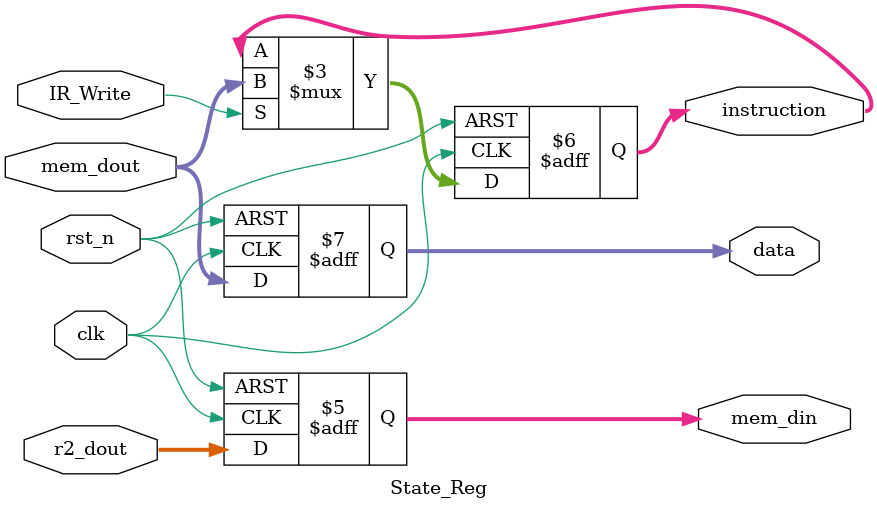
<source format=v>
`timescale 1ns / 1ps
module State_Reg(
    input               clk,
    input               rst_n,
    input       [31:0]  r2_dout,
    input       [31:0]  mem_dout,
    input               IR_Write,
    output  reg [31:0]  mem_din,
    output  reg [31:0]  instruction,//will refresh when enabled
    output  reg [31:0]  data//will refresh at every clock
    );
always@(posedge clk or negedge rst_n)
begin
    if(~rst_n)
    begin
        instruction <= 0;
        data <= 0;
        mem_din <= 0;
    end
    else
    begin
    if(IR_Write)
        instruction <= mem_dout;
    data <= mem_dout;
    mem_din <= r2_dout;
    end
end
endmodule

</source>
